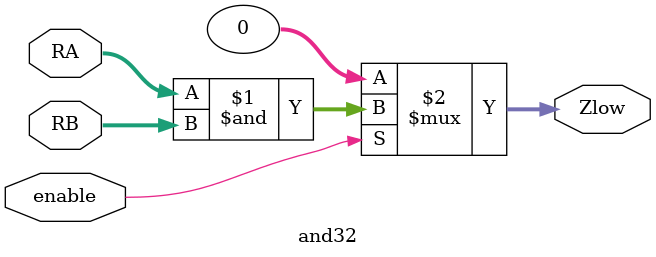
<source format=v>
module and32 (
    input wire [31:0] RA,       // First operand
    input wire [31:0] RB,       // Second operand
    input wire enable,          // Enable signal
    output wire [31:0] Zlow     // Lower 32 bits to hold the result
);
    // Perform bitwise AND operation and push the result to Zlow
    assign Zlow = enable ? (RA & RB) : 32'b0;

endmodule

</source>
